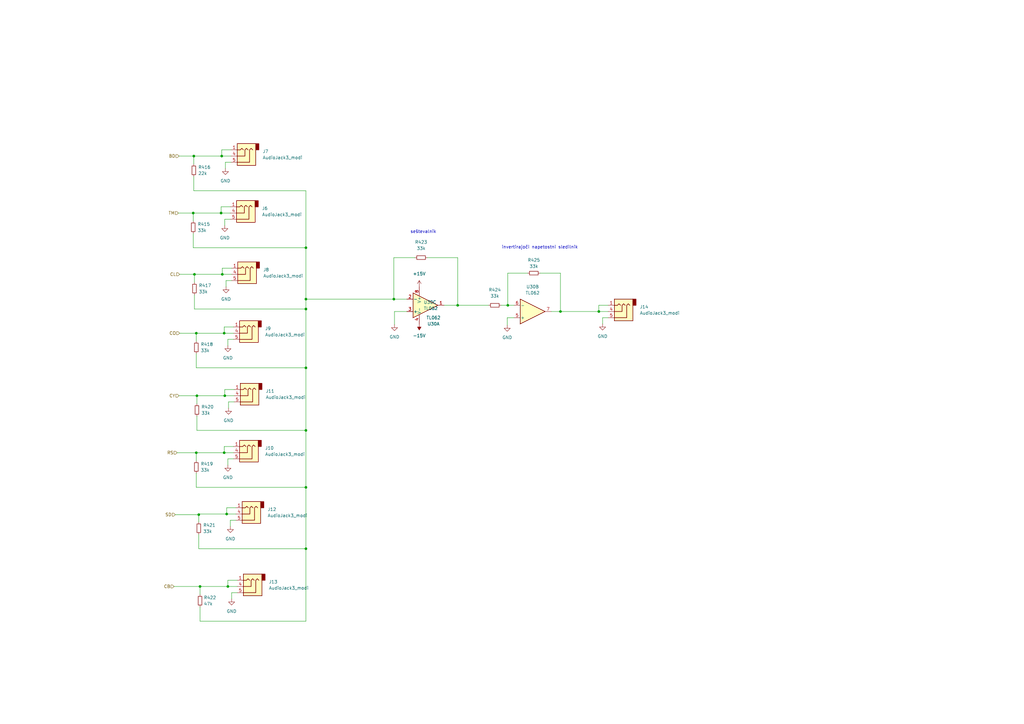
<source format=kicad_sch>
(kicad_sch (version 20211123) (generator eeschema)

  (uuid bf6570d3-921b-41ed-9a19-8954b8287576)

  (paper "A3")

  (lib_symbols
    (symbol "Amplifier_Operational:TL062" (pin_names (offset 0.127)) (in_bom yes) (on_board yes)
      (property "Reference" "U" (id 0) (at 0 5.08 0)
        (effects (font (size 1.27 1.27)) (justify left))
      )
      (property "Value" "TL062" (id 1) (at 0 -5.08 0)
        (effects (font (size 1.27 1.27)) (justify left))
      )
      (property "Footprint" "" (id 2) (at 0 0 0)
        (effects (font (size 1.27 1.27)) hide)
      )
      (property "Datasheet" "http://www.ti.com/lit/ds/symlink/tl061.pdf" (id 3) (at 0 0 0)
        (effects (font (size 1.27 1.27)) hide)
      )
      (property "ki_locked" "" (id 4) (at 0 0 0)
        (effects (font (size 1.27 1.27)))
      )
      (property "ki_keywords" "dual opamp" (id 5) (at 0 0 0)
        (effects (font (size 1.27 1.27)) hide)
      )
      (property "ki_description" "Dual Low-Power JFET-Input Operational Amplifiers, DIP-8/SOIC-8/SSOP-8" (id 6) (at 0 0 0)
        (effects (font (size 1.27 1.27)) hide)
      )
      (property "ki_fp_filters" "SOIC*3.9x4.9mm*P1.27mm* DIP*W7.62mm* TO*99* OnSemi*Micro8* TSSOP*3x3mm*P0.65mm* TSSOP*4.4x3mm*P0.65mm* MSOP*3x3mm*P0.65mm* SSOP*3.9x4.9mm*P0.635mm* LFCSP*2x2mm*P0.5mm* *SIP* SOIC*5.3x6.2mm*P1.27mm*" (id 7) (at 0 0 0)
        (effects (font (size 1.27 1.27)) hide)
      )
      (symbol "TL062_1_1"
        (polyline
          (pts
            (xy -5.08 5.08)
            (xy 5.08 0)
            (xy -5.08 -5.08)
            (xy -5.08 5.08)
          )
          (stroke (width 0.254) (type default) (color 0 0 0 0))
          (fill (type background))
        )
        (pin output line (at 7.62 0 180) (length 2.54)
          (name "~" (effects (font (size 1.27 1.27))))
          (number "1" (effects (font (size 1.27 1.27))))
        )
        (pin input line (at -7.62 -2.54 0) (length 2.54)
          (name "-" (effects (font (size 1.27 1.27))))
          (number "2" (effects (font (size 1.27 1.27))))
        )
        (pin input line (at -7.62 2.54 0) (length 2.54)
          (name "+" (effects (font (size 1.27 1.27))))
          (number "3" (effects (font (size 1.27 1.27))))
        )
      )
      (symbol "TL062_2_1"
        (polyline
          (pts
            (xy -5.08 5.08)
            (xy 5.08 0)
            (xy -5.08 -5.08)
            (xy -5.08 5.08)
          )
          (stroke (width 0.254) (type default) (color 0 0 0 0))
          (fill (type background))
        )
        (pin input line (at -7.62 2.54 0) (length 2.54)
          (name "+" (effects (font (size 1.27 1.27))))
          (number "5" (effects (font (size 1.27 1.27))))
        )
        (pin input line (at -7.62 -2.54 0) (length 2.54)
          (name "-" (effects (font (size 1.27 1.27))))
          (number "6" (effects (font (size 1.27 1.27))))
        )
        (pin output line (at 7.62 0 180) (length 2.54)
          (name "~" (effects (font (size 1.27 1.27))))
          (number "7" (effects (font (size 1.27 1.27))))
        )
      )
      (symbol "TL062_3_1"
        (pin power_in line (at -2.54 -7.62 90) (length 3.81)
          (name "V-" (effects (font (size 1.27 1.27))))
          (number "4" (effects (font (size 1.27 1.27))))
        )
        (pin power_in line (at -2.54 7.62 270) (length 3.81)
          (name "V+" (effects (font (size 1.27 1.27))))
          (number "8" (effects (font (size 1.27 1.27))))
        )
      )
    )
    (symbol "Connector:AudioJack3_modi" (in_bom yes) (on_board yes)
      (property "Reference" "J" (id 0) (at 0 8.89 0)
        (effects (font (size 1.27 1.27)))
      )
      (property "Value" "AudioJack3_modi" (id 1) (at 0 6.35 0)
        (effects (font (size 1.27 1.27)))
      )
      (property "Footprint" "" (id 2) (at 0 0 0)
        (effects (font (size 1.27 1.27)) hide)
      )
      (property "Datasheet" "~" (id 3) (at 0 0 0)
        (effects (font (size 1.27 1.27)) hide)
      )
      (property "ki_keywords" "audio jack receptacle stereo headphones phones TRS connector" (id 4) (at 0 0 0)
        (effects (font (size 1.27 1.27)) hide)
      )
      (property "ki_description" "Audio Jack, 3 Poles (Stereo / TRS)" (id 5) (at 0 0 0)
        (effects (font (size 1.27 1.27)) hide)
      )
      (property "ki_fp_filters" "Jack*" (id 6) (at 0 0 0)
        (effects (font (size 1.27 1.27)) hide)
      )
      (symbol "AudioJack3_modi_0_1"
        (rectangle (start -5.08 -5.08) (end -6.35 -2.54)
          (stroke (width 0.254) (type default) (color 0 0 0 0))
          (fill (type outline))
        )
        (polyline
          (pts
            (xy 0 -2.54)
            (xy 0.635 -3.175)
            (xy 1.27 -2.54)
            (xy 2.54 -2.54)
          )
          (stroke (width 0.254) (type default) (color 0 0 0 0))
          (fill (type none))
        )
        (polyline
          (pts
            (xy -1.905 -2.54)
            (xy -1.27 -3.175)
            (xy -0.635 -2.54)
            (xy -0.635 0)
            (xy 2.54 0)
          )
          (stroke (width 0.254) (type default) (color 0 0 0 0))
          (fill (type none))
        )
        (polyline
          (pts
            (xy 2.54 2.54)
            (xy -2.54 2.54)
            (xy -2.54 -2.54)
            (xy -3.175 -3.175)
            (xy -3.81 -2.54)
          )
          (stroke (width 0.254) (type default) (color 0 0 0 0))
          (fill (type none))
        )
        (rectangle (start 2.54 3.81) (end -5.08 -5.08)
          (stroke (width 0.254) (type default) (color 0 0 0 0))
          (fill (type background))
        )
      )
      (symbol "AudioJack3_modi_1_1"
        (pin passive line (at 5.08 -2.54 180) (length 2.54)
          (name "~" (effects (font (size 1.27 1.27))))
          (number "1" (effects (font (size 1.27 1.27))))
        )
        (pin passive line (at 5.08 0 180) (length 2.54)
          (name "~" (effects (font (size 1.27 1.27))))
          (number "4" (effects (font (size 1.27 1.27))))
        )
        (pin passive line (at 5.08 2.54 180) (length 2.54)
          (name "~" (effects (font (size 1.27 1.27))))
          (number "5" (effects (font (size 1.27 1.27))))
        )
      )
    )
    (symbol "Device:R_Small" (pin_numbers hide) (pin_names (offset 0.254) hide) (in_bom yes) (on_board yes)
      (property "Reference" "R" (id 0) (at 0.762 0.508 0)
        (effects (font (size 1.27 1.27)) (justify left))
      )
      (property "Value" "R_Small" (id 1) (at 0.762 -1.016 0)
        (effects (font (size 1.27 1.27)) (justify left))
      )
      (property "Footprint" "" (id 2) (at 0 0 0)
        (effects (font (size 1.27 1.27)) hide)
      )
      (property "Datasheet" "~" (id 3) (at 0 0 0)
        (effects (font (size 1.27 1.27)) hide)
      )
      (property "ki_keywords" "R resistor" (id 4) (at 0 0 0)
        (effects (font (size 1.27 1.27)) hide)
      )
      (property "ki_description" "Resistor, small symbol" (id 5) (at 0 0 0)
        (effects (font (size 1.27 1.27)) hide)
      )
      (property "ki_fp_filters" "R_*" (id 6) (at 0 0 0)
        (effects (font (size 1.27 1.27)) hide)
      )
      (symbol "R_Small_0_1"
        (rectangle (start -0.762 1.778) (end 0.762 -1.778)
          (stroke (width 0.2032) (type default) (color 0 0 0 0))
          (fill (type none))
        )
      )
      (symbol "R_Small_1_1"
        (pin passive line (at 0 2.54 270) (length 0.762)
          (name "~" (effects (font (size 1.27 1.27))))
          (number "1" (effects (font (size 1.27 1.27))))
        )
        (pin passive line (at 0 -2.54 90) (length 0.762)
          (name "~" (effects (font (size 1.27 1.27))))
          (number "2" (effects (font (size 1.27 1.27))))
        )
      )
    )
    (symbol "power:+15V" (power) (pin_names (offset 0)) (in_bom yes) (on_board yes)
      (property "Reference" "#PWR" (id 0) (at 0 -3.81 0)
        (effects (font (size 1.27 1.27)) hide)
      )
      (property "Value" "+15V" (id 1) (at 0 3.556 0)
        (effects (font (size 1.27 1.27)))
      )
      (property "Footprint" "" (id 2) (at 0 0 0)
        (effects (font (size 1.27 1.27)) hide)
      )
      (property "Datasheet" "" (id 3) (at 0 0 0)
        (effects (font (size 1.27 1.27)) hide)
      )
      (property "ki_keywords" "global power" (id 4) (at 0 0 0)
        (effects (font (size 1.27 1.27)) hide)
      )
      (property "ki_description" "Power symbol creates a global label with name \"+15V\"" (id 5) (at 0 0 0)
        (effects (font (size 1.27 1.27)) hide)
      )
      (symbol "+15V_0_1"
        (polyline
          (pts
            (xy -0.762 1.27)
            (xy 0 2.54)
          )
          (stroke (width 0) (type default) (color 0 0 0 0))
          (fill (type none))
        )
        (polyline
          (pts
            (xy 0 0)
            (xy 0 2.54)
          )
          (stroke (width 0) (type default) (color 0 0 0 0))
          (fill (type none))
        )
        (polyline
          (pts
            (xy 0 2.54)
            (xy 0.762 1.27)
          )
          (stroke (width 0) (type default) (color 0 0 0 0))
          (fill (type none))
        )
      )
      (symbol "+15V_1_1"
        (pin power_in line (at 0 0 90) (length 0) hide
          (name "+15V" (effects (font (size 1.27 1.27))))
          (number "1" (effects (font (size 1.27 1.27))))
        )
      )
    )
    (symbol "power:-15V" (power) (pin_names (offset 0)) (in_bom yes) (on_board yes)
      (property "Reference" "#PWR" (id 0) (at 0 2.54 0)
        (effects (font (size 1.27 1.27)) hide)
      )
      (property "Value" "-15V" (id 1) (at 0 3.81 0)
        (effects (font (size 1.27 1.27)))
      )
      (property "Footprint" "" (id 2) (at 0 0 0)
        (effects (font (size 1.27 1.27)) hide)
      )
      (property "Datasheet" "" (id 3) (at 0 0 0)
        (effects (font (size 1.27 1.27)) hide)
      )
      (property "ki_keywords" "global power" (id 4) (at 0 0 0)
        (effects (font (size 1.27 1.27)) hide)
      )
      (property "ki_description" "Power symbol creates a global label with name \"-15V\"" (id 5) (at 0 0 0)
        (effects (font (size 1.27 1.27)) hide)
      )
      (symbol "-15V_0_0"
        (pin power_in line (at 0 0 90) (length 0) hide
          (name "-15V" (effects (font (size 1.27 1.27))))
          (number "1" (effects (font (size 1.27 1.27))))
        )
      )
      (symbol "-15V_0_1"
        (polyline
          (pts
            (xy 0 0)
            (xy 0 1.27)
            (xy 0.762 1.27)
            (xy 0 2.54)
            (xy -0.762 1.27)
            (xy 0 1.27)
          )
          (stroke (width 0) (type default) (color 0 0 0 0))
          (fill (type outline))
        )
      )
    )
    (symbol "power:GND" (power) (pin_names (offset 0)) (in_bom yes) (on_board yes)
      (property "Reference" "#PWR" (id 0) (at 0 -6.35 0)
        (effects (font (size 1.27 1.27)) hide)
      )
      (property "Value" "GND" (id 1) (at 0 -3.81 0)
        (effects (font (size 1.27 1.27)))
      )
      (property "Footprint" "" (id 2) (at 0 0 0)
        (effects (font (size 1.27 1.27)) hide)
      )
      (property "Datasheet" "" (id 3) (at 0 0 0)
        (effects (font (size 1.27 1.27)) hide)
      )
      (property "ki_keywords" "global power" (id 4) (at 0 0 0)
        (effects (font (size 1.27 1.27)) hide)
      )
      (property "ki_description" "Power symbol creates a global label with name \"GND\" , ground" (id 5) (at 0 0 0)
        (effects (font (size 1.27 1.27)) hide)
      )
      (symbol "GND_0_1"
        (polyline
          (pts
            (xy 0 0)
            (xy 0 -1.27)
            (xy 1.27 -1.27)
            (xy 0 -2.54)
            (xy -1.27 -1.27)
            (xy 0 -1.27)
          )
          (stroke (width 0) (type default) (color 0 0 0 0))
          (fill (type none))
        )
      )
      (symbol "GND_1_1"
        (pin power_in line (at 0 0 270) (length 0) hide
          (name "GND" (effects (font (size 1.27 1.27))))
          (number "1" (effects (font (size 1.27 1.27))))
        )
      )
    )
  )

  (junction (at 125.476 126.746) (diameter 0) (color 0 0 0 0)
    (uuid 0d544e81-e3b0-4f49-9914-277e391a2f98)
  )
  (junction (at 125.476 199.898) (diameter 0) (color 0 0 0 0)
    (uuid 1c272737-a6fb-4d24-ba74-cc387b671a5a)
  )
  (junction (at 82.042 240.538) (diameter 0) (color 0 0 0 0)
    (uuid 26cec252-edd8-400b-b691-154b59516c0f)
  )
  (junction (at 80.772 162.306) (diameter 0) (color 0 0 0 0)
    (uuid 2b7d0b2e-3567-4fc2-8c63-dba1bcf5a82b)
  )
  (junction (at 79.502 64.008) (diameter 0) (color 0 0 0 0)
    (uuid 2f93d071-68f5-40f6-8aee-014be2784e65)
  )
  (junction (at 208.28 125.222) (diameter 0) (color 0 0 0 0)
    (uuid 48c96049-3d42-4728-a22d-927a6b2c24f8)
  )
  (junction (at 80.518 185.674) (diameter 0) (color 0 0 0 0)
    (uuid 4c6b5c9b-6e94-43ff-8df6-6fd5793fd423)
  )
  (junction (at 125.476 150.876) (diameter 0) (color 0 0 0 0)
    (uuid 534a968c-2748-4402-94c5-be3c25ae34ca)
  )
  (junction (at 91.186 112.522) (diameter 0) (color 0 0 0 0)
    (uuid 56efa12b-b0ce-4b51-86d2-70e9377ccb53)
  )
  (junction (at 79.756 112.522) (diameter 0) (color 0 0 0 0)
    (uuid 5df77272-e6f9-4013-a2b7-49faaf0d0504)
  )
  (junction (at 92.202 162.306) (diameter 0) (color 0 0 0 0)
    (uuid 66f3cb9f-c443-4724-82b7-697d9d570277)
  )
  (junction (at 93.472 240.538) (diameter 0) (color 0 0 0 0)
    (uuid 6817bd78-9978-4f88-b9b8-cffe736a4a86)
  )
  (junction (at 79.248 87.376) (diameter 0) (color 0 0 0 0)
    (uuid 6adf9b73-5f30-4fc7-b4e6-916d9e6dcf1b)
  )
  (junction (at 92.964 210.82) (diameter 0) (color 0 0 0 0)
    (uuid 730dd1e1-baa8-4d7e-b3a3-a90da38b16af)
  )
  (junction (at 125.476 101.6) (diameter 0) (color 0 0 0 0)
    (uuid 7d6cc9ed-af93-4d37-9484-9e9c9466c407)
  )
  (junction (at 125.476 225.044) (diameter 0) (color 0 0 0 0)
    (uuid 867ad58b-5bd2-4cdb-81e3-b4b7ad2ef8a9)
  )
  (junction (at 187.706 125.222) (diameter 0) (color 0 0 0 0)
    (uuid 8e632c23-e690-40d8-94fe-ec66cf770d0f)
  )
  (junction (at 229.87 127.762) (diameter 0) (color 0 0 0 0)
    (uuid 9daaed39-16b0-4552-a988-58900332bcc3)
  )
  (junction (at 125.476 122.682) (diameter 0) (color 0 0 0 0)
    (uuid a643169d-3307-4188-8d9e-316d2e804d04)
  )
  (junction (at 245.618 127.762) (diameter 0) (color 0 0 0 0)
    (uuid a6c3f3a1-fc71-4c1c-ba43-a415a75c50cb)
  )
  (junction (at 90.932 64.008) (diameter 0) (color 0 0 0 0)
    (uuid a83abbc6-f6a3-41e4-b404-d0ed429286c5)
  )
  (junction (at 80.518 136.652) (diameter 0) (color 0 0 0 0)
    (uuid bcb57a85-92e4-4648-ba05-3210cfcfe445)
  )
  (junction (at 91.948 185.674) (diameter 0) (color 0 0 0 0)
    (uuid bd841ad5-4167-4bf0-bb15-2ff0504aecba)
  )
  (junction (at 90.678 87.376) (diameter 0) (color 0 0 0 0)
    (uuid c34aa003-a858-4782-8c28-c2f9d08c6d40)
  )
  (junction (at 91.948 136.652) (diameter 0) (color 0 0 0 0)
    (uuid c5009bf1-f148-46c0-b61a-d88d241f416f)
  )
  (junction (at 161.544 122.682) (diameter 0) (color 0 0 0 0)
    (uuid cbd5c47a-0336-4c77-bddc-be841b62fcf0)
  )
  (junction (at 81.534 211.074) (diameter 0) (color 0 0 0 0)
    (uuid dd1d1f44-86f0-40f8-8e8c-1ca64e6d9374)
  )
  (junction (at 125.476 176.53) (diameter 0) (color 0 0 0 0)
    (uuid e471c17b-2a64-49ef-aafe-a9aac7b9fbb0)
  )

  (wire (pts (xy 187.706 125.222) (xy 200.406 125.222))
    (stroke (width 0) (type default) (color 0 0 0 0))
    (uuid 00bf1441-53ff-4610-b5fb-3623f5cdaa7f)
  )
  (wire (pts (xy 245.618 125.222) (xy 245.618 127.762))
    (stroke (width 0) (type default) (color 0 0 0 0))
    (uuid 01a3834b-fc04-40e5-911f-1789461ddb7b)
  )
  (wire (pts (xy 92.964 210.82) (xy 96.774 210.82))
    (stroke (width 0) (type default) (color 0 0 0 0))
    (uuid 0537ddb9-b22f-4f62-afa4-907e1618c9ca)
  )
  (wire (pts (xy 94.996 109.982) (xy 91.186 109.982))
    (stroke (width 0) (type default) (color 0 0 0 0))
    (uuid 079e64a7-1024-482f-b49b-97f3591243a8)
  )
  (wire (pts (xy 221.488 112.014) (xy 229.87 112.014))
    (stroke (width 0) (type default) (color 0 0 0 0))
    (uuid 083411f9-7ea9-4d58-ac0b-e8e16194c194)
  )
  (wire (pts (xy 79.248 95.758) (xy 79.248 101.6))
    (stroke (width 0) (type default) (color 0 0 0 0))
    (uuid 08ccb4f3-22be-4f91-8122-50769928f49f)
  )
  (wire (pts (xy 94.488 213.36) (xy 94.488 215.9))
    (stroke (width 0) (type default) (color 0 0 0 0))
    (uuid 08ea7f09-4b43-4dd2-83f7-43bcd94e4670)
  )
  (wire (pts (xy 96.012 159.766) (xy 92.202 159.766))
    (stroke (width 0) (type default) (color 0 0 0 0))
    (uuid 0c3972de-e468-4a2e-8a9e-6d3ea1ff3cc0)
  )
  (wire (pts (xy 208.28 112.014) (xy 216.408 112.014))
    (stroke (width 0) (type default) (color 0 0 0 0))
    (uuid 0f9e27d6-f41f-4c97-af6f-ec2a56cf795d)
  )
  (wire (pts (xy 208.28 125.222) (xy 210.82 125.222))
    (stroke (width 0) (type default) (color 0 0 0 0))
    (uuid 0fa556a1-91fc-4ab6-a46e-ec1841b5a4ad)
  )
  (wire (pts (xy 79.756 120.904) (xy 79.756 126.746))
    (stroke (width 0) (type default) (color 0 0 0 0))
    (uuid 100ed477-1247-4458-a3a6-90f7a115512a)
  )
  (wire (pts (xy 92.456 66.548) (xy 92.456 69.088))
    (stroke (width 0) (type default) (color 0 0 0 0))
    (uuid 103bee0d-fb9d-4472-b342-ba1af886fbe6)
  )
  (wire (pts (xy 73.152 87.376) (xy 79.248 87.376))
    (stroke (width 0) (type default) (color 0 0 0 0))
    (uuid 1371deae-d8e8-40b7-9b1e-3e15168d32be)
  )
  (wire (pts (xy 80.772 170.688) (xy 80.772 176.53))
    (stroke (width 0) (type default) (color 0 0 0 0))
    (uuid 15045b4f-8da4-4269-b756-a80f6a4259ca)
  )
  (wire (pts (xy 79.502 64.008) (xy 90.932 64.008))
    (stroke (width 0) (type default) (color 0 0 0 0))
    (uuid 17840a93-7017-4bff-abd2-24611be2f6de)
  )
  (wire (pts (xy 71.374 240.538) (xy 82.042 240.538))
    (stroke (width 0) (type default) (color 0 0 0 0))
    (uuid 17e03cfe-f60a-4e4d-8615-818dbd8a512b)
  )
  (wire (pts (xy 79.502 78.232) (xy 125.476 78.232))
    (stroke (width 0) (type default) (color 0 0 0 0))
    (uuid 17faef6a-b5a1-47a4-88ef-2e2a1d09bdf1)
  )
  (wire (pts (xy 94.996 243.078) (xy 94.996 245.618))
    (stroke (width 0) (type default) (color 0 0 0 0))
    (uuid 1f89d2d5-9ceb-4cb8-a527-ab0f7e5880e8)
  )
  (wire (pts (xy 80.772 162.306) (xy 80.772 165.608))
    (stroke (width 0) (type default) (color 0 0 0 0))
    (uuid 23510289-e807-4445-ae20-3a35fb2c3ba2)
  )
  (wire (pts (xy 245.618 127.762) (xy 249.428 127.762))
    (stroke (width 0) (type default) (color 0 0 0 0))
    (uuid 27553891-b9b2-427c-a0b5-206484fe72bf)
  )
  (wire (pts (xy 187.706 125.222) (xy 187.706 105.664))
    (stroke (width 0) (type default) (color 0 0 0 0))
    (uuid 27574b5b-9e92-462e-8ea6-70ec643b7b1a)
  )
  (wire (pts (xy 82.042 240.538) (xy 82.042 243.84))
    (stroke (width 0) (type default) (color 0 0 0 0))
    (uuid 28196b9f-572e-4845-b063-30cfe266bf87)
  )
  (wire (pts (xy 161.798 127.762) (xy 166.878 127.762))
    (stroke (width 0) (type default) (color 0 0 0 0))
    (uuid 284c3831-2da3-4708-bee0-a77d936a4202)
  )
  (wire (pts (xy 94.742 66.548) (xy 92.456 66.548))
    (stroke (width 0) (type default) (color 0 0 0 0))
    (uuid 2c1c5224-bfc2-4424-862d-35e4e601a8aa)
  )
  (wire (pts (xy 94.488 84.836) (xy 90.678 84.836))
    (stroke (width 0) (type default) (color 0 0 0 0))
    (uuid 2f9a24cd-663c-42d3-a082-4d8c3d115f04)
  )
  (wire (pts (xy 96.774 213.36) (xy 94.488 213.36))
    (stroke (width 0) (type default) (color 0 0 0 0))
    (uuid 3119aeef-dd14-40a6-9c0e-7c09ff987ca9)
  )
  (wire (pts (xy 95.758 183.134) (xy 91.948 183.134))
    (stroke (width 0) (type default) (color 0 0 0 0))
    (uuid 326453f4-9aa2-4666-bfc1-8c6d025fc77f)
  )
  (wire (pts (xy 91.948 134.112) (xy 91.948 136.652))
    (stroke (width 0) (type default) (color 0 0 0 0))
    (uuid 353fc804-c68e-4469-a939-25590c6fdb0f)
  )
  (wire (pts (xy 79.756 112.522) (xy 79.756 115.824))
    (stroke (width 0) (type default) (color 0 0 0 0))
    (uuid 3548d8c5-1cfd-4b35-a827-8ab931e5ce6c)
  )
  (wire (pts (xy 81.534 225.044) (xy 125.476 225.044))
    (stroke (width 0) (type default) (color 0 0 0 0))
    (uuid 356839c4-f23d-4299-b552-cda86c6fd4cc)
  )
  (wire (pts (xy 80.772 176.53) (xy 125.476 176.53))
    (stroke (width 0) (type default) (color 0 0 0 0))
    (uuid 37adc270-50d0-40a3-b5fa-a3b5e950214a)
  )
  (wire (pts (xy 96.774 208.28) (xy 92.964 208.28))
    (stroke (width 0) (type default) (color 0 0 0 0))
    (uuid 38fc7a57-9765-4b77-be7a-7e96ecdcb5e7)
  )
  (wire (pts (xy 79.756 126.746) (xy 125.476 126.746))
    (stroke (width 0) (type default) (color 0 0 0 0))
    (uuid 3e66cc51-8738-4976-815b-b4044bea2d0e)
  )
  (wire (pts (xy 205.486 125.222) (xy 208.28 125.222))
    (stroke (width 0) (type default) (color 0 0 0 0))
    (uuid 3f2b986e-4ef7-4dd6-9866-7623e16cf8c7)
  )
  (wire (pts (xy 93.472 139.192) (xy 93.472 141.732))
    (stroke (width 0) (type default) (color 0 0 0 0))
    (uuid 41e77e42-ff83-4ad4-a3c2-6d9136863168)
  )
  (wire (pts (xy 79.248 87.376) (xy 79.248 90.678))
    (stroke (width 0) (type default) (color 0 0 0 0))
    (uuid 427e7974-ca62-4ebe-b602-d5e40b964921)
  )
  (wire (pts (xy 73.406 162.306) (xy 80.772 162.306))
    (stroke (width 0) (type default) (color 0 0 0 0))
    (uuid 43f2b7ab-253a-41ac-8eac-d9675d9e56a0)
  )
  (wire (pts (xy 80.518 194.056) (xy 80.518 199.898))
    (stroke (width 0) (type default) (color 0 0 0 0))
    (uuid 44ee4962-4c64-4584-b99e-239001909918)
  )
  (wire (pts (xy 90.932 61.468) (xy 90.932 64.008))
    (stroke (width 0) (type default) (color 0 0 0 0))
    (uuid 476c6931-be8d-4f97-8596-955c5bd79f3b)
  )
  (wire (pts (xy 125.476 101.6) (xy 125.476 122.682))
    (stroke (width 0) (type default) (color 0 0 0 0))
    (uuid 49675cd9-31ac-47e8-956e-ba10805f9ebf)
  )
  (wire (pts (xy 73.406 64.008) (xy 79.502 64.008))
    (stroke (width 0) (type default) (color 0 0 0 0))
    (uuid 4d5ee030-237d-4bc4-96da-b66d8bf57dde)
  )
  (wire (pts (xy 93.726 164.846) (xy 93.726 167.386))
    (stroke (width 0) (type default) (color 0 0 0 0))
    (uuid 5021f0d6-c7e5-4de7-a024-4c97bf74537d)
  )
  (wire (pts (xy 79.248 101.6) (xy 125.476 101.6))
    (stroke (width 0) (type default) (color 0 0 0 0))
    (uuid 58d96cd6-32b4-46b9-ac40-d3aa21d148b0)
  )
  (wire (pts (xy 92.964 208.28) (xy 92.964 210.82))
    (stroke (width 0) (type default) (color 0 0 0 0))
    (uuid 5976203a-7593-41eb-9d17-8ef5263d55d7)
  )
  (wire (pts (xy 79.502 64.008) (xy 79.502 67.31))
    (stroke (width 0) (type default) (color 0 0 0 0))
    (uuid 5b6a6774-d309-4dd3-a8ea-d1138e742984)
  )
  (wire (pts (xy 125.476 122.682) (xy 125.476 126.746))
    (stroke (width 0) (type default) (color 0 0 0 0))
    (uuid 5d11e454-9ad1-4b56-aa75-75c2e4b25f34)
  )
  (wire (pts (xy 81.534 210.82) (xy 81.534 211.074))
    (stroke (width 0) (type default) (color 0 0 0 0))
    (uuid 5d31e617-dd16-4080-b7c3-27dc97f9e9a5)
  )
  (wire (pts (xy 91.186 109.982) (xy 91.186 112.522))
    (stroke (width 0) (type default) (color 0 0 0 0))
    (uuid 60fc561b-f4d6-4e40-bf80-745ccdd572ad)
  )
  (wire (pts (xy 73.66 112.522) (xy 79.756 112.522))
    (stroke (width 0) (type default) (color 0 0 0 0))
    (uuid 61c67cc8-1ad3-4c90-884f-d7887bd21173)
  )
  (wire (pts (xy 208.026 133.35) (xy 208.026 130.302))
    (stroke (width 0) (type default) (color 0 0 0 0))
    (uuid 622c2aa6-7252-4088-beb7-916d64c82de1)
  )
  (wire (pts (xy 80.772 162.306) (xy 92.202 162.306))
    (stroke (width 0) (type default) (color 0 0 0 0))
    (uuid 678398d4-eb26-4ac0-a8f0-607625d70636)
  )
  (wire (pts (xy 80.518 136.652) (xy 91.948 136.652))
    (stroke (width 0) (type default) (color 0 0 0 0))
    (uuid 67ebdda5-5295-4323-abc3-6fdfd88119f1)
  )
  (wire (pts (xy 92.202 159.766) (xy 92.202 162.306))
    (stroke (width 0) (type default) (color 0 0 0 0))
    (uuid 6d128019-1204-4a0a-9a59-b5883dd2f95b)
  )
  (wire (pts (xy 82.042 254.762) (xy 125.476 254.762))
    (stroke (width 0) (type default) (color 0 0 0 0))
    (uuid 76069415-e3d9-45f2-adc0-c578f7c9c07f)
  )
  (wire (pts (xy 71.882 211.074) (xy 81.534 211.074))
    (stroke (width 0) (type default) (color 0 0 0 0))
    (uuid 768cddb4-d5dc-493e-81a1-e4fafd70d81c)
  )
  (wire (pts (xy 97.282 237.998) (xy 93.472 237.998))
    (stroke (width 0) (type default) (color 0 0 0 0))
    (uuid 7a429dde-cce6-4616-a765-e5311295a259)
  )
  (wire (pts (xy 182.118 125.222) (xy 187.706 125.222))
    (stroke (width 0) (type default) (color 0 0 0 0))
    (uuid 7b384dda-cf81-4a00-826f-322f7cc7c1ac)
  )
  (wire (pts (xy 80.518 185.674) (xy 80.518 188.976))
    (stroke (width 0) (type default) (color 0 0 0 0))
    (uuid 8183875c-553a-41ad-a921-42437751fa0a)
  )
  (wire (pts (xy 90.932 64.008) (xy 94.742 64.008))
    (stroke (width 0) (type default) (color 0 0 0 0))
    (uuid 832d288f-7fd9-40f0-91f4-8b6eadb51d83)
  )
  (wire (pts (xy 79.248 87.376) (xy 90.678 87.376))
    (stroke (width 0) (type default) (color 0 0 0 0))
    (uuid 85ce7ed6-815c-4479-a2df-bc0d97df2c83)
  )
  (wire (pts (xy 161.544 105.664) (xy 161.544 122.682))
    (stroke (width 0) (type default) (color 0 0 0 0))
    (uuid 877c743f-4496-4bcc-a885-e1e2b80e7705)
  )
  (wire (pts (xy 92.202 162.306) (xy 96.012 162.306))
    (stroke (width 0) (type default) (color 0 0 0 0))
    (uuid 8956fc76-1a5e-49e6-837d-2550478ab359)
  )
  (wire (pts (xy 72.644 185.674) (xy 80.518 185.674))
    (stroke (width 0) (type default) (color 0 0 0 0))
    (uuid 89824709-7a4b-49d1-bb4c-9d9f839a8b72)
  )
  (wire (pts (xy 80.518 136.652) (xy 80.518 139.954))
    (stroke (width 0) (type default) (color 0 0 0 0))
    (uuid 8995b05e-2989-41e6-a5aa-cfc407dfb7a6)
  )
  (wire (pts (xy 95.758 188.214) (xy 93.472 188.214))
    (stroke (width 0) (type default) (color 0 0 0 0))
    (uuid 89fbd0a5-5d3c-427b-91cc-e1fc238887fc)
  )
  (wire (pts (xy 80.518 145.034) (xy 80.518 150.876))
    (stroke (width 0) (type default) (color 0 0 0 0))
    (uuid 8a01fa7c-68ce-4ebb-914d-ba193dbf78b2)
  )
  (wire (pts (xy 91.948 185.674) (xy 95.758 185.674))
    (stroke (width 0) (type default) (color 0 0 0 0))
    (uuid 8afa7718-7790-462c-9f5b-c7d737ccbda4)
  )
  (wire (pts (xy 226.06 127.762) (xy 229.87 127.762))
    (stroke (width 0) (type default) (color 0 0 0 0))
    (uuid 8bb61b27-780d-46fc-abc6-c16ab570be07)
  )
  (wire (pts (xy 91.948 136.652) (xy 95.758 136.652))
    (stroke (width 0) (type default) (color 0 0 0 0))
    (uuid 8e6ad540-8358-4709-a2d1-075b7ada6762)
  )
  (wire (pts (xy 125.476 225.044) (xy 125.476 254.762))
    (stroke (width 0) (type default) (color 0 0 0 0))
    (uuid 8f1a9be0-f6ce-44b5-9d70-22dc68dacd10)
  )
  (wire (pts (xy 97.282 243.078) (xy 94.996 243.078))
    (stroke (width 0) (type default) (color 0 0 0 0))
    (uuid 9395ad09-f534-427d-8b78-61d02692d1f0)
  )
  (wire (pts (xy 96.012 164.846) (xy 93.726 164.846))
    (stroke (width 0) (type default) (color 0 0 0 0))
    (uuid 95b0c4dd-2168-407e-a74a-5e05abac18c9)
  )
  (wire (pts (xy 91.186 112.522) (xy 94.996 112.522))
    (stroke (width 0) (type default) (color 0 0 0 0))
    (uuid 9898e3ee-8a64-4c17-9f25-bfda0571a3ef)
  )
  (wire (pts (xy 79.502 72.39) (xy 79.502 78.232))
    (stroke (width 0) (type default) (color 0 0 0 0))
    (uuid 9b307b12-76ba-4156-a542-8782dd3b29ec)
  )
  (wire (pts (xy 125.476 122.682) (xy 161.544 122.682))
    (stroke (width 0) (type default) (color 0 0 0 0))
    (uuid 9c9edfa2-ba4a-44e1-90e7-60daf481e563)
  )
  (wire (pts (xy 125.476 101.6) (xy 125.476 78.232))
    (stroke (width 0) (type default) (color 0 0 0 0))
    (uuid 9edc158d-7408-47ef-b29b-aeb7c36322a4)
  )
  (wire (pts (xy 73.66 136.652) (xy 80.518 136.652))
    (stroke (width 0) (type default) (color 0 0 0 0))
    (uuid 9ef605d6-b623-40c4-9e46-7a2108a2f6ed)
  )
  (wire (pts (xy 91.948 183.134) (xy 91.948 185.674))
    (stroke (width 0) (type default) (color 0 0 0 0))
    (uuid a0c887f0-77c9-40b7-8a2d-538848697e6e)
  )
  (wire (pts (xy 187.706 105.664) (xy 175.26 105.664))
    (stroke (width 0) (type default) (color 0 0 0 0))
    (uuid a31dfd60-83bb-418d-bb00-ca8ca98b46ac)
  )
  (wire (pts (xy 95.758 134.112) (xy 91.948 134.112))
    (stroke (width 0) (type default) (color 0 0 0 0))
    (uuid a55e2ffe-a713-4bcd-8ddc-73745c3ce32d)
  )
  (wire (pts (xy 90.678 87.376) (xy 94.488 87.376))
    (stroke (width 0) (type default) (color 0 0 0 0))
    (uuid a755a0a8-5d81-4366-bc09-9d5ff82445a8)
  )
  (wire (pts (xy 94.996 115.062) (xy 92.71 115.062))
    (stroke (width 0) (type default) (color 0 0 0 0))
    (uuid a7dd0f36-07ff-42cf-82e5-83df21787585)
  )
  (wire (pts (xy 229.87 127.762) (xy 229.87 112.014))
    (stroke (width 0) (type default) (color 0 0 0 0))
    (uuid accff30b-8670-436c-b075-e995443dc606)
  )
  (wire (pts (xy 81.534 210.82) (xy 92.964 210.82))
    (stroke (width 0) (type default) (color 0 0 0 0))
    (uuid af9b58e7-2ad5-42ab-b8cf-4258e7d4d46a)
  )
  (wire (pts (xy 161.798 133.096) (xy 161.798 127.762))
    (stroke (width 0) (type default) (color 0 0 0 0))
    (uuid b30cfd9f-28b3-4f1b-ab97-6ebcd0d5f0d5)
  )
  (wire (pts (xy 249.428 125.222) (xy 245.618 125.222))
    (stroke (width 0) (type default) (color 0 0 0 0))
    (uuid b531e3ef-be33-4b4d-b7ce-19efbce61e76)
  )
  (wire (pts (xy 95.758 139.192) (xy 93.472 139.192))
    (stroke (width 0) (type default) (color 0 0 0 0))
    (uuid b6afe92f-015f-43e7-bc43-d3112b5d7278)
  )
  (wire (pts (xy 82.042 248.92) (xy 82.042 254.762))
    (stroke (width 0) (type default) (color 0 0 0 0))
    (uuid bb5161c5-6826-458a-a233-238c85641783)
  )
  (wire (pts (xy 247.142 130.302) (xy 247.142 132.842))
    (stroke (width 0) (type default) (color 0 0 0 0))
    (uuid bbe1f843-8003-4791-91f7-c6b474ed8ac1)
  )
  (wire (pts (xy 93.472 237.998) (xy 93.472 240.538))
    (stroke (width 0) (type default) (color 0 0 0 0))
    (uuid bcfd4256-5898-4480-bdaf-1e96ee0365b7)
  )
  (wire (pts (xy 93.472 240.538) (xy 97.282 240.538))
    (stroke (width 0) (type default) (color 0 0 0 0))
    (uuid bdd79918-1a34-425e-b0c7-2ae714029c9e)
  )
  (wire (pts (xy 125.476 150.876) (xy 125.476 176.53))
    (stroke (width 0) (type default) (color 0 0 0 0))
    (uuid c0355e7b-7f25-4c39-90dd-916856139a41)
  )
  (wire (pts (xy 170.18 105.664) (xy 161.544 105.664))
    (stroke (width 0) (type default) (color 0 0 0 0))
    (uuid c096fc07-dbfe-45b6-ae42-1979d7d2464d)
  )
  (wire (pts (xy 80.518 199.898) (xy 125.476 199.898))
    (stroke (width 0) (type default) (color 0 0 0 0))
    (uuid c15cae14-788b-4901-9c74-d952ec79001d)
  )
  (wire (pts (xy 90.678 84.836) (xy 90.678 87.376))
    (stroke (width 0) (type default) (color 0 0 0 0))
    (uuid c53dde11-b961-44f6-84f0-b058cb3ac283)
  )
  (wire (pts (xy 249.428 130.302) (xy 247.142 130.302))
    (stroke (width 0) (type default) (color 0 0 0 0))
    (uuid c657369d-9875-4c17-80d9-68475f9f717c)
  )
  (wire (pts (xy 82.042 240.538) (xy 93.472 240.538))
    (stroke (width 0) (type default) (color 0 0 0 0))
    (uuid cce3dea2-8458-46d2-8bd2-c68217ed0b40)
  )
  (wire (pts (xy 92.71 115.062) (xy 92.71 117.602))
    (stroke (width 0) (type default) (color 0 0 0 0))
    (uuid cfac2aa1-64c4-4256-bdf7-eb1bb125aeeb)
  )
  (wire (pts (xy 229.87 127.762) (xy 245.618 127.762))
    (stroke (width 0) (type default) (color 0 0 0 0))
    (uuid d1b42f9e-d926-448f-a1f8-880e73d00ffb)
  )
  (wire (pts (xy 79.756 112.522) (xy 91.186 112.522))
    (stroke (width 0) (type default) (color 0 0 0 0))
    (uuid d28612a0-6058-4cb3-8465-b6c9730a37f8)
  )
  (wire (pts (xy 94.742 61.468) (xy 90.932 61.468))
    (stroke (width 0) (type default) (color 0 0 0 0))
    (uuid d356b417-fc86-4af2-91c0-e90f48b53d07)
  )
  (wire (pts (xy 208.026 130.302) (xy 210.82 130.302))
    (stroke (width 0) (type default) (color 0 0 0 0))
    (uuid d6b8a1d0-2372-47b3-8a0c-41c27ccbac7d)
  )
  (wire (pts (xy 81.534 219.202) (xy 81.534 225.044))
    (stroke (width 0) (type default) (color 0 0 0 0))
    (uuid d8380963-a523-4034-868a-f0a199714aca)
  )
  (wire (pts (xy 80.518 185.674) (xy 91.948 185.674))
    (stroke (width 0) (type default) (color 0 0 0 0))
    (uuid dee952a3-a09b-492c-a5c9-a0f4f836bcd1)
  )
  (wire (pts (xy 161.544 122.682) (xy 166.878 122.682))
    (stroke (width 0) (type default) (color 0 0 0 0))
    (uuid dfc18027-628c-4624-b24c-b5445e64736f)
  )
  (wire (pts (xy 125.476 150.876) (xy 125.476 126.746))
    (stroke (width 0) (type default) (color 0 0 0 0))
    (uuid e231a9fb-6de4-4881-8fe9-0feed65cb575)
  )
  (wire (pts (xy 80.518 150.876) (xy 125.476 150.876))
    (stroke (width 0) (type default) (color 0 0 0 0))
    (uuid e6635a01-76c3-40c9-8cb9-fb5b08baa1a2)
  )
  (wire (pts (xy 81.534 211.074) (xy 81.534 214.122))
    (stroke (width 0) (type default) (color 0 0 0 0))
    (uuid f535bf09-7882-459f-9eb6-6e724722b1d2)
  )
  (wire (pts (xy 92.202 89.916) (xy 92.202 92.456))
    (stroke (width 0) (type default) (color 0 0 0 0))
    (uuid f59a7ede-ce0c-499a-9a2a-0975b4acf28c)
  )
  (wire (pts (xy 208.28 112.014) (xy 208.28 125.222))
    (stroke (width 0) (type default) (color 0 0 0 0))
    (uuid fa2e36c6-bfe8-42f4-863b-c8d74f5eb80a)
  )
  (wire (pts (xy 125.476 176.53) (xy 125.476 199.898))
    (stroke (width 0) (type default) (color 0 0 0 0))
    (uuid fc63473d-3bfe-4f3f-a202-ae0df7162dd9)
  )
  (wire (pts (xy 93.472 188.214) (xy 93.472 190.754))
    (stroke (width 0) (type default) (color 0 0 0 0))
    (uuid fc733079-c54b-40da-bc48-7d4fa14f505b)
  )
  (wire (pts (xy 94.488 89.916) (xy 92.202 89.916))
    (stroke (width 0) (type default) (color 0 0 0 0))
    (uuid fc99c5f9-5ae9-477f-af0e-a532d9597fd7)
  )
  (wire (pts (xy 125.476 199.898) (xy 125.476 225.044))
    (stroke (width 0) (type default) (color 0 0 0 0))
    (uuid fca2bd35-1d04-4609-a0e8-9813d8ee0e05)
  )

  (text "seštevalnik\n" (at 168.275 95.885 0)
    (effects (font (size 1.27 1.27)) (justify left bottom))
    (uuid 574a478e-2887-4fd4-920f-9a236563314a)
  )
  (text "invertirajoči napetostni sledilnik" (at 205.74 102.235 0)
    (effects (font (size 1.27 1.27)) (justify left bottom))
    (uuid dc2afafe-498f-4e1f-9b46-9ecc85e6dd6e)
  )

  (hierarchical_label "CO" (shape input) (at 73.66 136.652 180)
    (effects (font (size 1.27 1.27)) (justify right))
    (uuid 03b2d273-6a09-4383-bf6f-cf8b841e0472)
  )
  (hierarchical_label "CL" (shape input) (at 73.66 112.522 180)
    (effects (font (size 1.27 1.27)) (justify right))
    (uuid 0f83a710-2dea-479d-8d82-216caf5ded70)
  )
  (hierarchical_label "SD" (shape input) (at 71.882 211.074 180)
    (effects (font (size 1.27 1.27)) (justify right))
    (uuid 13ad34d9-fa62-465b-a7b2-d040c9bcbe9f)
  )
  (hierarchical_label "CY" (shape input) (at 73.406 162.306 180)
    (effects (font (size 1.27 1.27)) (justify right))
    (uuid 42f94e7a-758a-4060-bf99-478b994c83e8)
  )
  (hierarchical_label "RS" (shape input) (at 72.644 185.674 180)
    (effects (font (size 1.27 1.27)) (justify right))
    (uuid a5693a13-d11e-4fb6-ac9f-b9a1d319a514)
  )
  (hierarchical_label "BD" (shape input) (at 73.406 64.008 180)
    (effects (font (size 1.27 1.27)) (justify right))
    (uuid bcac38fd-5faf-43a5-adaf-9410ce5231f1)
  )
  (hierarchical_label "TM" (shape input) (at 73.152 87.376 180)
    (effects (font (size 1.27 1.27)) (justify right))
    (uuid db6cc54d-a145-406d-8c15-facf8144a459)
  )
  (hierarchical_label "CB" (shape input) (at 71.374 240.538 180)
    (effects (font (size 1.27 1.27)) (justify right))
    (uuid f3026567-7916-4e60-8a00-3d4e157d0e8c)
  )

  (symbol (lib_id "power:GND") (at 208.026 133.35 0) (unit 1)
    (in_bom yes) (on_board yes) (fields_autoplaced)
    (uuid 10e287ce-763f-4482-82aa-0a5f3a9a52b2)
    (property "Reference" "#PWR0342" (id 0) (at 208.026 139.7 0)
      (effects (font (size 1.27 1.27)) hide)
    )
    (property "Value" "GND" (id 1) (at 208.026 138.43 0))
    (property "Footprint" "" (id 2) (at 208.026 133.35 0)
      (effects (font (size 1.27 1.27)) hide)
    )
    (property "Datasheet" "" (id 3) (at 208.026 133.35 0)
      (effects (font (size 1.27 1.27)) hide)
    )
    (pin "1" (uuid c6f50424-265b-4e32-8b24-b8d97971ad39))
  )

  (symbol (lib_id "Device:R_Small") (at 79.502 69.85 0) (mirror y) (unit 1)
    (in_bom yes) (on_board yes) (fields_autoplaced)
    (uuid 133c40c4-a833-472a-ae49-816e9b208b72)
    (property "Reference" "R416" (id 0) (at 81.28 68.5799 0)
      (effects (font (size 1.27 1.27)) (justify right))
    )
    (property "Value" "22k" (id 1) (at 81.28 71.1199 0)
      (effects (font (size 1.27 1.27)) (justify right))
    )
    (property "Footprint" "Resistor_SMD:R_0603_1608Metric" (id 2) (at 79.502 69.85 0)
      (effects (font (size 1.27 1.27)) hide)
    )
    (property "Datasheet" "~" (id 3) (at 79.502 69.85 0)
      (effects (font (size 1.27 1.27)) hide)
    )
    (pin "1" (uuid 78a3f83c-11d0-4064-8640-79ee0feebe97))
    (pin "2" (uuid e9586b9b-7988-44c2-a2de-f20fbb2a3261))
  )

  (symbol (lib_id "Amplifier_Operational:TL062") (at 218.44 127.762 0) (mirror x) (unit 2)
    (in_bom yes) (on_board yes) (fields_autoplaced)
    (uuid 135a5e43-395f-407b-8e22-1c578e2f1044)
    (property "Reference" "U30" (id 0) (at 218.44 117.602 0))
    (property "Value" "TL062" (id 1) (at 218.44 120.142 0))
    (property "Footprint" "Package_SO:TSSOP-8_3x3mm_P0.65mm" (id 2) (at 218.44 127.762 0)
      (effects (font (size 1.27 1.27)) hide)
    )
    (property "Datasheet" "http://www.ti.com/lit/ds/symlink/tl061.pdf" (id 3) (at 218.44 127.762 0)
      (effects (font (size 1.27 1.27)) hide)
    )
    (pin "1" (uuid 61b0cdcf-966b-45b4-aba4-4ca1094eaf82))
    (pin "2" (uuid 36877ba2-3c97-4fed-89e2-958b2219cd8c))
    (pin "3" (uuid 0bab0b49-0fb6-4374-9a49-fdd8c6c70ee0))
    (pin "5" (uuid 77908a5b-c22f-4204-a857-1b0d42d4eab4))
    (pin "6" (uuid 3ba15c21-96f7-4602-92e2-8c2361d1cc59))
    (pin "7" (uuid 9b04a33e-a913-4e26-9878-88e02732e2d8))
    (pin "4" (uuid e132bd31-310d-45c1-a368-c17b5d6f2668))
    (pin "8" (uuid 196b8fda-9dd1-420e-bc04-5a307875c8f6))
  )

  (symbol (lib_id "Device:R_Small") (at 80.518 142.494 0) (unit 1)
    (in_bom yes) (on_board yes) (fields_autoplaced)
    (uuid 18b6efd7-33d5-4fff-b7e9-d96b854051e7)
    (property "Reference" "R418" (id 0) (at 82.296 141.2239 0)
      (effects (font (size 1.27 1.27)) (justify left))
    )
    (property "Value" "33k" (id 1) (at 82.296 143.7639 0)
      (effects (font (size 1.27 1.27)) (justify left))
    )
    (property "Footprint" "Resistor_SMD:R_0603_1608Metric" (id 2) (at 80.518 142.494 0)
      (effects (font (size 1.27 1.27)) hide)
    )
    (property "Datasheet" "~" (id 3) (at 80.518 142.494 0)
      (effects (font (size 1.27 1.27)) hide)
    )
    (pin "1" (uuid 312804af-c44d-4b40-9e44-6d92ad365116))
    (pin "2" (uuid 3f82fb8a-9d2c-4c26-8de6-adef913afbcc))
  )

  (symbol (lib_id "power:GND") (at 93.726 167.386 0) (unit 1)
    (in_bom yes) (on_board yes) (fields_autoplaced)
    (uuid 20b8479a-bf6a-4027-9dfb-d56612592bc4)
    (property "Reference" "#PWR0336" (id 0) (at 93.726 173.736 0)
      (effects (font (size 1.27 1.27)) hide)
    )
    (property "Value" "GND" (id 1) (at 93.726 172.466 0))
    (property "Footprint" "" (id 2) (at 93.726 167.386 0)
      (effects (font (size 1.27 1.27)) hide)
    )
    (property "Datasheet" "" (id 3) (at 93.726 167.386 0)
      (effects (font (size 1.27 1.27)) hide)
    )
    (pin "1" (uuid 50d4b5a7-7214-4864-a67b-aee9c3d95b3e))
  )

  (symbol (lib_id "Connector:AudioJack3_modi") (at 100.838 185.674 180) (unit 1)
    (in_bom yes) (on_board yes) (fields_autoplaced)
    (uuid 2a0a3708-80a2-4a64-a367-5484d7317254)
    (property "Reference" "J10" (id 0) (at 108.712 183.7689 0)
      (effects (font (size 1.27 1.27)) (justify right))
    )
    (property "Value" "AudioJack3_modi" (id 1) (at 108.712 186.3089 0)
      (effects (font (size 1.27 1.27)) (justify right))
    )
    (property "Footprint" "ul_XPS62A01DRLR:35RASMT2BHSNTRX_AUDIO JACK" (id 2) (at 100.838 185.674 0)
      (effects (font (size 1.27 1.27)) hide)
    )
    (property "Datasheet" "~" (id 3) (at 100.838 185.674 0)
      (effects (font (size 1.27 1.27)) hide)
    )
    (pin "1" (uuid 146614b8-8a50-47a6-ba3f-34c07ddfe791))
    (pin "4" (uuid c708c05c-1849-4d25-bb0c-a7f0d4a78e5c))
    (pin "5" (uuid 061eda0e-3df9-4e9f-8660-8b79fb651b42))
  )

  (symbol (lib_id "Connector:AudioJack3_modi") (at 101.854 210.82 180) (unit 1)
    (in_bom yes) (on_board yes) (fields_autoplaced)
    (uuid 2a27d43f-496b-49b6-a042-324ff86f4456)
    (property "Reference" "J12" (id 0) (at 109.728 208.9149 0)
      (effects (font (size 1.27 1.27)) (justify right))
    )
    (property "Value" "AudioJack3_modi" (id 1) (at 109.728 211.4549 0)
      (effects (font (size 1.27 1.27)) (justify right))
    )
    (property "Footprint" "ul_XPS62A01DRLR:35RASMT2BHSNTRX_AUDIO JACK" (id 2) (at 101.854 210.82 0)
      (effects (font (size 1.27 1.27)) hide)
    )
    (property "Datasheet" "~" (id 3) (at 101.854 210.82 0)
      (effects (font (size 1.27 1.27)) hide)
    )
    (pin "1" (uuid be33f734-0e12-4250-b379-43d43db83f88))
    (pin "4" (uuid 4522aef6-7f21-4be0-be02-cdc5d36fc3f1))
    (pin "5" (uuid 7749e577-599b-4ceb-bbd4-d072c3786241))
  )

  (symbol (lib_id "Device:R_Small") (at 202.946 125.222 90) (unit 1)
    (in_bom yes) (on_board yes) (fields_autoplaced)
    (uuid 2ae8b960-25ad-4fa9-8b87-1e2b7d2efd53)
    (property "Reference" "R424" (id 0) (at 202.946 118.872 90))
    (property "Value" "33k" (id 1) (at 202.946 121.412 90))
    (property "Footprint" "Resistor_SMD:R_0603_1608Metric" (id 2) (at 202.946 125.222 0)
      (effects (font (size 1.27 1.27)) hide)
    )
    (property "Datasheet" "~" (id 3) (at 202.946 125.222 0)
      (effects (font (size 1.27 1.27)) hide)
    )
    (pin "1" (uuid e8943896-4b51-46d2-acab-f6caf85bebbe))
    (pin "2" (uuid 0b35993f-9649-49bf-af43-786b1b4369c3))
  )

  (symbol (lib_id "Amplifier_Operational:TL062") (at 174.498 125.222 0) (unit 3)
    (in_bom yes) (on_board yes) (fields_autoplaced)
    (uuid 3feb5156-0f7c-4983-94b5-42791792e30b)
    (property "Reference" "U30" (id 0) (at 173.736 123.9519 0)
      (effects (font (size 1.27 1.27)) (justify left))
    )
    (property "Value" "TL062" (id 1) (at 173.736 126.4919 0)
      (effects (font (size 1.27 1.27)) (justify left))
    )
    (property "Footprint" "Package_SO:TSSOP-8_3x3mm_P0.65mm" (id 2) (at 174.498 125.222 0)
      (effects (font (size 1.27 1.27)) hide)
    )
    (property "Datasheet" "http://www.ti.com/lit/ds/symlink/tl061.pdf" (id 3) (at 174.498 125.222 0)
      (effects (font (size 1.27 1.27)) hide)
    )
    (pin "1" (uuid 45517ec0-09ff-4e2d-bcc6-928621a39f82))
    (pin "2" (uuid e35a726e-62d4-4ed9-9696-dc405ba0ffaa))
    (pin "3" (uuid 3412d5f8-3023-4e51-b7ca-d4a3d6e78e4b))
    (pin "5" (uuid 643c12f0-a002-4e45-a8a3-a3c6655c5f86))
    (pin "6" (uuid 96f462e9-dd47-4bc4-8484-8f7c41f0373d))
    (pin "7" (uuid ef84205f-1098-4c5d-b321-7c0926cf2902))
    (pin "4" (uuid 1da004ea-949e-4e7e-9433-b1103931478a))
    (pin "8" (uuid 4d176738-4803-442e-a66d-1d1a66ec6a72))
  )

  (symbol (lib_id "Connector:AudioJack3_modi") (at 102.362 240.538 180) (unit 1)
    (in_bom yes) (on_board yes) (fields_autoplaced)
    (uuid 54f7942f-cafd-4b39-8665-7cc49e3a086b)
    (property "Reference" "J13" (id 0) (at 110.236 238.6329 0)
      (effects (font (size 1.27 1.27)) (justify right))
    )
    (property "Value" "AudioJack3_modi" (id 1) (at 110.236 241.1729 0)
      (effects (font (size 1.27 1.27)) (justify right))
    )
    (property "Footprint" "ul_XPS62A01DRLR:35RASMT2BHSNTRX_AUDIO JACK" (id 2) (at 102.362 240.538 0)
      (effects (font (size 1.27 1.27)) hide)
    )
    (property "Datasheet" "~" (id 3) (at 102.362 240.538 0)
      (effects (font (size 1.27 1.27)) hide)
    )
    (pin "1" (uuid dfbfccc6-206c-4744-b8dd-f0fd1969e6d8))
    (pin "4" (uuid 2184140e-454b-4e95-8d55-ab843c8ea37a))
    (pin "5" (uuid ec76e73c-eff1-496c-a593-3119874c6cf6))
  )

  (symbol (lib_id "power:GND") (at 161.798 133.096 0) (unit 1)
    (in_bom yes) (on_board yes) (fields_autoplaced)
    (uuid 5ccf6e42-fe53-4f9a-abc9-c3bdfa92310d)
    (property "Reference" "#PWR0339" (id 0) (at 161.798 139.446 0)
      (effects (font (size 1.27 1.27)) hide)
    )
    (property "Value" "GND" (id 1) (at 161.798 138.176 0))
    (property "Footprint" "" (id 2) (at 161.798 133.096 0)
      (effects (font (size 1.27 1.27)) hide)
    )
    (property "Datasheet" "" (id 3) (at 161.798 133.096 0)
      (effects (font (size 1.27 1.27)) hide)
    )
    (pin "1" (uuid e0fc4da0-25d3-4ac7-a52f-5222530991a7))
  )

  (symbol (lib_id "Connector:AudioJack3_modi") (at 101.092 162.306 180) (unit 1)
    (in_bom yes) (on_board yes) (fields_autoplaced)
    (uuid 5cfc32e7-8dec-43ed-b3d7-cde281ed39ae)
    (property "Reference" "J11" (id 0) (at 108.966 160.4009 0)
      (effects (font (size 1.27 1.27)) (justify right))
    )
    (property "Value" "AudioJack3_modi" (id 1) (at 108.966 162.9409 0)
      (effects (font (size 1.27 1.27)) (justify right))
    )
    (property "Footprint" "ul_XPS62A01DRLR:35RASMT2BHSNTRX_AUDIO JACK" (id 2) (at 101.092 162.306 0)
      (effects (font (size 1.27 1.27)) hide)
    )
    (property "Datasheet" "~" (id 3) (at 101.092 162.306 0)
      (effects (font (size 1.27 1.27)) hide)
    )
    (pin "1" (uuid b6cb2abc-8144-48ed-8656-2f9af15e6f7f))
    (pin "4" (uuid b8ce7f78-a87d-42a3-b504-518f9b1aa32d))
    (pin "5" (uuid 2f7501b9-262f-4ee6-aa3b-cae017ee5291))
  )

  (symbol (lib_id "Device:R_Small") (at 80.772 168.148 0) (unit 1)
    (in_bom yes) (on_board yes) (fields_autoplaced)
    (uuid 610c4ba8-09a1-4a7e-ba95-2c54c68b81cb)
    (property "Reference" "R420" (id 0) (at 82.55 166.8779 0)
      (effects (font (size 1.27 1.27)) (justify left))
    )
    (property "Value" "33k" (id 1) (at 82.55 169.4179 0)
      (effects (font (size 1.27 1.27)) (justify left))
    )
    (property "Footprint" "Resistor_SMD:R_0603_1608Metric" (id 2) (at 80.772 168.148 0)
      (effects (font (size 1.27 1.27)) hide)
    )
    (property "Datasheet" "~" (id 3) (at 80.772 168.148 0)
      (effects (font (size 1.27 1.27)) hide)
    )
    (pin "1" (uuid 63829aac-9dd9-42a5-995d-e7ba7f8f9c25))
    (pin "2" (uuid 2785b2ad-4411-4303-8e34-8955bebdacac))
  )

  (symbol (lib_id "power:GND") (at 94.488 215.9 0) (unit 1)
    (in_bom yes) (on_board yes) (fields_autoplaced)
    (uuid 664fa6d3-97d3-4f85-901c-fdf9ca643fd5)
    (property "Reference" "#PWR0337" (id 0) (at 94.488 222.25 0)
      (effects (font (size 1.27 1.27)) hide)
    )
    (property "Value" "GND" (id 1) (at 94.488 220.98 0))
    (property "Footprint" "" (id 2) (at 94.488 215.9 0)
      (effects (font (size 1.27 1.27)) hide)
    )
    (property "Datasheet" "" (id 3) (at 94.488 215.9 0)
      (effects (font (size 1.27 1.27)) hide)
    )
    (pin "1" (uuid bc4989a4-b602-4241-8685-35c56fb6ba9f))
  )

  (symbol (lib_id "power:GND") (at 94.996 245.618 0) (unit 1)
    (in_bom yes) (on_board yes) (fields_autoplaced)
    (uuid 7103567a-3258-4db5-bb4e-c7d017d92ef9)
    (property "Reference" "#PWR0338" (id 0) (at 94.996 251.968 0)
      (effects (font (size 1.27 1.27)) hide)
    )
    (property "Value" "GND" (id 1) (at 94.996 250.698 0))
    (property "Footprint" "" (id 2) (at 94.996 245.618 0)
      (effects (font (size 1.27 1.27)) hide)
    )
    (property "Datasheet" "" (id 3) (at 94.996 245.618 0)
      (effects (font (size 1.27 1.27)) hide)
    )
    (pin "1" (uuid 8e4b34b2-8fd6-4619-8baf-dd91a1f33c07))
  )

  (symbol (lib_id "power:GND") (at 247.142 132.842 0) (unit 1)
    (in_bom yes) (on_board yes) (fields_autoplaced)
    (uuid 7185d202-8b29-40c2-8c17-ad894400e27c)
    (property "Reference" "#PWR0343" (id 0) (at 247.142 139.192 0)
      (effects (font (size 1.27 1.27)) hide)
    )
    (property "Value" "GND" (id 1) (at 247.142 137.922 0))
    (property "Footprint" "" (id 2) (at 247.142 132.842 0)
      (effects (font (size 1.27 1.27)) hide)
    )
    (property "Datasheet" "" (id 3) (at 247.142 132.842 0)
      (effects (font (size 1.27 1.27)) hide)
    )
    (pin "1" (uuid 97658f20-0a7c-494d-be1f-9fc10d7c7fb0))
  )

  (symbol (lib_id "Device:R_Small") (at 79.248 93.218 0) (unit 1)
    (in_bom yes) (on_board yes) (fields_autoplaced)
    (uuid 755943fa-bd4d-42b1-9983-b185b5e14715)
    (property "Reference" "R415" (id 0) (at 81.026 91.9479 0)
      (effects (font (size 1.27 1.27)) (justify left))
    )
    (property "Value" "33k" (id 1) (at 81.026 94.4879 0)
      (effects (font (size 1.27 1.27)) (justify left))
    )
    (property "Footprint" "Resistor_SMD:R_0603_1608Metric" (id 2) (at 79.248 93.218 0)
      (effects (font (size 1.27 1.27)) hide)
    )
    (property "Datasheet" "~" (id 3) (at 79.248 93.218 0)
      (effects (font (size 1.27 1.27)) hide)
    )
    (pin "1" (uuid 4ea75a19-83b2-41fa-8850-e85690bf6852))
    (pin "2" (uuid 6e49347c-1e73-431d-88ed-95fed64f02e6))
  )

  (symbol (lib_id "Amplifier_Operational:TL062") (at 174.498 125.222 0) (mirror x) (unit 1)
    (in_bom yes) (on_board yes)
    (uuid 7b6b5c13-68bf-4a05-9116-5de01fcde592)
    (property "Reference" "U30" (id 0) (at 177.8 132.842 0))
    (property "Value" "TL062" (id 1) (at 177.8 130.302 0))
    (property "Footprint" "Package_SO:TSSOP-8_3x3mm_P0.65mm" (id 2) (at 174.498 125.222 0)
      (effects (font (size 1.27 1.27)) hide)
    )
    (property "Datasheet" "http://www.ti.com/lit/ds/symlink/tl061.pdf" (id 3) (at 174.498 125.222 0)
      (effects (font (size 1.27 1.27)) hide)
    )
    (pin "1" (uuid 45c6e62f-1aa9-47fa-a17b-2bf7b20f7782))
    (pin "2" (uuid 7fb2d803-8964-48ad-870a-313f824f5537))
    (pin "3" (uuid 62598740-361d-4e1c-a43d-49e21e9a9a80))
    (pin "5" (uuid 8293f0a5-9166-482b-ac95-332ad40ef098))
    (pin "6" (uuid 4f699e25-1c6b-407d-bba5-9907e2021a7f))
    (pin "7" (uuid aac4b4fb-b0db-4fbe-9ad7-786735435e24))
    (pin "4" (uuid fec34617-bc6a-4454-8507-b121f9ebe94f))
    (pin "8" (uuid 9f85b8b0-9f5d-4dec-823c-5514836c0052))
  )

  (symbol (lib_id "Device:R_Small") (at 218.948 112.014 90) (mirror x) (unit 1)
    (in_bom yes) (on_board yes) (fields_autoplaced)
    (uuid 82496447-fe01-4173-b01f-3410285c12cf)
    (property "Reference" "R425" (id 0) (at 218.948 106.68 90))
    (property "Value" "33k" (id 1) (at 218.948 109.22 90))
    (property "Footprint" "Resistor_SMD:R_0603_1608Metric" (id 2) (at 218.948 112.014 0)
      (effects (font (size 1.27 1.27)) hide)
    )
    (property "Datasheet" "~" (id 3) (at 218.948 112.014 0)
      (effects (font (size 1.27 1.27)) hide)
    )
    (pin "1" (uuid 174eb0fa-ea18-4e53-93f8-253884d14b2c))
    (pin "2" (uuid f2717e89-8bcd-4db0-8324-244392b4de8f))
  )

  (symbol (lib_id "Connector:AudioJack3_modi") (at 99.568 87.376 180) (unit 1)
    (in_bom yes) (on_board yes) (fields_autoplaced)
    (uuid 8fceb1a8-ce14-425b-819b-3559bda60ea3)
    (property "Reference" "J6" (id 0) (at 107.442 85.4709 0)
      (effects (font (size 1.27 1.27)) (justify right))
    )
    (property "Value" "AudioJack3_modi" (id 1) (at 107.442 88.0109 0)
      (effects (font (size 1.27 1.27)) (justify right))
    )
    (property "Footprint" "ul_XPS62A01DRLR:35RASMT2BHSNTRX_AUDIO JACK" (id 2) (at 99.568 87.376 0)
      (effects (font (size 1.27 1.27)) hide)
    )
    (property "Datasheet" "~" (id 3) (at 99.568 87.376 0)
      (effects (font (size 1.27 1.27)) hide)
    )
    (pin "1" (uuid b100ccc8-cfda-40a5-85d1-c3c9020a7062))
    (pin "4" (uuid 57c7ca89-e8a0-43d3-95a7-9de7d5674597))
    (pin "5" (uuid 300973d2-4a94-4cf2-a125-7a0ac032d65b))
  )

  (symbol (lib_id "power:GND") (at 93.472 190.754 0) (unit 1)
    (in_bom yes) (on_board yes) (fields_autoplaced)
    (uuid 91ddfc2d-7ca2-4059-93a3-e5f4e3364b45)
    (property "Reference" "#PWR0335" (id 0) (at 93.472 197.104 0)
      (effects (font (size 1.27 1.27)) hide)
    )
    (property "Value" "GND" (id 1) (at 93.472 195.834 0))
    (property "Footprint" "" (id 2) (at 93.472 190.754 0)
      (effects (font (size 1.27 1.27)) hide)
    )
    (property "Datasheet" "" (id 3) (at 93.472 190.754 0)
      (effects (font (size 1.27 1.27)) hide)
    )
    (pin "1" (uuid 5260eb85-9844-410e-ba66-631e5ab4e48c))
  )

  (symbol (lib_id "Connector:AudioJack3_modi") (at 100.838 136.652 180) (unit 1)
    (in_bom yes) (on_board yes) (fields_autoplaced)
    (uuid 9482534f-375f-4461-a820-40db8fdd9942)
    (property "Reference" "J9" (id 0) (at 108.712 134.7469 0)
      (effects (font (size 1.27 1.27)) (justify right))
    )
    (property "Value" "AudioJack3_modi" (id 1) (at 108.712 137.2869 0)
      (effects (font (size 1.27 1.27)) (justify right))
    )
    (property "Footprint" "ul_XPS62A01DRLR:35RASMT2BHSNTRX_AUDIO JACK" (id 2) (at 100.838 136.652 0)
      (effects (font (size 1.27 1.27)) hide)
    )
    (property "Datasheet" "~" (id 3) (at 100.838 136.652 0)
      (effects (font (size 1.27 1.27)) hide)
    )
    (pin "1" (uuid 8dfafda2-f069-4197-bfe3-9a7133ea8787))
    (pin "4" (uuid bc980829-fe21-43ad-a9b1-5d473c0b5aae))
    (pin "5" (uuid 5059b0a0-5801-458d-a596-281b148a16b8))
  )

  (symbol (lib_id "power:+15V") (at 171.958 117.602 0) (unit 1)
    (in_bom yes) (on_board yes) (fields_autoplaced)
    (uuid 97e740ee-b233-4d3c-9c6c-153237602501)
    (property "Reference" "#PWR0340" (id 0) (at 171.958 121.412 0)
      (effects (font (size 1.27 1.27)) hide)
    )
    (property "Value" "+15V" (id 1) (at 171.958 112.268 0))
    (property "Footprint" "" (id 2) (at 171.958 117.602 0)
      (effects (font (size 1.27 1.27)) hide)
    )
    (property "Datasheet" "" (id 3) (at 171.958 117.602 0)
      (effects (font (size 1.27 1.27)) hide)
    )
    (pin "1" (uuid 137f9465-2016-4e10-9082-bf385daa8f85))
  )

  (symbol (lib_id "power:-15V") (at 171.958 132.842 180) (unit 1)
    (in_bom yes) (on_board yes) (fields_autoplaced)
    (uuid a004c088-98a5-45f5-9a54-29ff8cdf40b3)
    (property "Reference" "#PWR0341" (id 0) (at 171.958 135.382 0)
      (effects (font (size 1.27 1.27)) hide)
    )
    (property "Value" "-15V" (id 1) (at 171.958 137.668 0))
    (property "Footprint" "" (id 2) (at 171.958 132.842 0)
      (effects (font (size 1.27 1.27)) hide)
    )
    (property "Datasheet" "" (id 3) (at 171.958 132.842 0)
      (effects (font (size 1.27 1.27)) hide)
    )
    (pin "1" (uuid 320d49a0-644a-4793-af34-a4f23e7edadb))
  )

  (symbol (lib_id "Device:R_Small") (at 79.756 118.364 0) (unit 1)
    (in_bom yes) (on_board yes) (fields_autoplaced)
    (uuid c09b1fde-833f-4c8d-bb24-be4982e0985b)
    (property "Reference" "R417" (id 0) (at 81.534 117.0939 0)
      (effects (font (size 1.27 1.27)) (justify left))
    )
    (property "Value" "33k" (id 1) (at 81.534 119.6339 0)
      (effects (font (size 1.27 1.27)) (justify left))
    )
    (property "Footprint" "Resistor_SMD:R_0603_1608Metric" (id 2) (at 79.756 118.364 0)
      (effects (font (size 1.27 1.27)) hide)
    )
    (property "Datasheet" "~" (id 3) (at 79.756 118.364 0)
      (effects (font (size 1.27 1.27)) hide)
    )
    (pin "1" (uuid 36dcd31d-fe5c-42da-9c24-da81ff3deab8))
    (pin "2" (uuid 6ba82d22-add3-4a84-ba7a-3d594a698a9f))
  )

  (symbol (lib_id "Device:R_Small") (at 81.534 216.662 0) (unit 1)
    (in_bom yes) (on_board yes) (fields_autoplaced)
    (uuid c8a06ebd-37e4-4d84-8abd-56247472f06f)
    (property "Reference" "R421" (id 0) (at 83.312 215.3919 0)
      (effects (font (size 1.27 1.27)) (justify left))
    )
    (property "Value" "33k" (id 1) (at 83.312 217.9319 0)
      (effects (font (size 1.27 1.27)) (justify left))
    )
    (property "Footprint" "Resistor_SMD:R_0603_1608Metric" (id 2) (at 81.534 216.662 0)
      (effects (font (size 1.27 1.27)) hide)
    )
    (property "Datasheet" "~" (id 3) (at 81.534 216.662 0)
      (effects (font (size 1.27 1.27)) hide)
    )
    (pin "1" (uuid 2dfd430c-bb45-4de3-a5b7-d880ad31497a))
    (pin "2" (uuid 29689252-24c5-47d3-b414-210a9d3fb4e8))
  )

  (symbol (lib_id "power:GND") (at 92.202 92.456 0) (unit 1)
    (in_bom yes) (on_board yes) (fields_autoplaced)
    (uuid d3d804fd-cdfb-4018-8eca-253f9eac5542)
    (property "Reference" "#PWR0331" (id 0) (at 92.202 98.806 0)
      (effects (font (size 1.27 1.27)) hide)
    )
    (property "Value" "GND" (id 1) (at 92.202 97.536 0))
    (property "Footprint" "" (id 2) (at 92.202 92.456 0)
      (effects (font (size 1.27 1.27)) hide)
    )
    (property "Datasheet" "" (id 3) (at 92.202 92.456 0)
      (effects (font (size 1.27 1.27)) hide)
    )
    (pin "1" (uuid 4d73ad16-6593-4da2-b525-7b179cb5f103))
  )

  (symbol (lib_id "Connector:AudioJack3_modi") (at 254.508 127.762 180) (unit 1)
    (in_bom yes) (on_board yes) (fields_autoplaced)
    (uuid d544d433-bfe8-4a26-8997-bc9a1f859b64)
    (property "Reference" "J14" (id 0) (at 262.382 125.8569 0)
      (effects (font (size 1.27 1.27)) (justify right))
    )
    (property "Value" "AudioJack3_modi" (id 1) (at 262.382 128.3969 0)
      (effects (font (size 1.27 1.27)) (justify right))
    )
    (property "Footprint" "ul_XPS62A01DRLR:35RASMT2BHSNTRX_AUDIO JACK" (id 2) (at 254.508 127.762 0)
      (effects (font (size 1.27 1.27)) hide)
    )
    (property "Datasheet" "~" (id 3) (at 254.508 127.762 0)
      (effects (font (size 1.27 1.27)) hide)
    )
    (pin "4" (uuid c89d4c81-9c21-4e1b-aa65-f56f3f3a0957))
    (pin "5" (uuid d9e0069d-9c74-4aad-b85d-e49371fb74be))
    (pin "1" (uuid 5bd6e860-2733-47a8-a830-fdae08f6d986))
  )

  (symbol (lib_id "Connector:AudioJack3_modi") (at 100.076 112.522 180) (unit 1)
    (in_bom yes) (on_board yes) (fields_autoplaced)
    (uuid d6db0296-b242-485a-95ec-ef55d194405f)
    (property "Reference" "J8" (id 0) (at 107.95 110.6169 0)
      (effects (font (size 1.27 1.27)) (justify right))
    )
    (property "Value" "AudioJack3_modi" (id 1) (at 107.95 113.1569 0)
      (effects (font (size 1.27 1.27)) (justify right))
    )
    (property "Footprint" "ul_XPS62A01DRLR:35RASMT2BHSNTRX_AUDIO JACK" (id 2) (at 100.076 112.522 0)
      (effects (font (size 1.27 1.27)) hide)
    )
    (property "Datasheet" "~" (id 3) (at 100.076 112.522 0)
      (effects (font (size 1.27 1.27)) hide)
    )
    (pin "1" (uuid de49a143-5898-4558-a681-baa99007643e))
    (pin "4" (uuid 14f23fa6-ac05-411f-998a-141216b27598))
    (pin "5" (uuid a0dc4fa2-da64-4405-bb4c-ead1116c00f7))
  )

  (symbol (lib_id "power:GND") (at 93.472 141.732 0) (unit 1)
    (in_bom yes) (on_board yes) (fields_autoplaced)
    (uuid d7ae2fae-1f47-4345-8ade-2da92f9c8c72)
    (property "Reference" "#PWR0334" (id 0) (at 93.472 148.082 0)
      (effects (font (size 1.27 1.27)) hide)
    )
    (property "Value" "GND" (id 1) (at 93.472 146.812 0))
    (property "Footprint" "" (id 2) (at 93.472 141.732 0)
      (effects (font (size 1.27 1.27)) hide)
    )
    (property "Datasheet" "" (id 3) (at 93.472 141.732 0)
      (effects (font (size 1.27 1.27)) hide)
    )
    (pin "1" (uuid 04e5e8b0-0763-4978-8f64-ba6a9c41d6b1))
  )

  (symbol (lib_id "Device:R_Small") (at 80.518 191.516 0) (unit 1)
    (in_bom yes) (on_board yes) (fields_autoplaced)
    (uuid d87a2d8a-6ca1-4665-b4a6-91c8bcdb4c12)
    (property "Reference" "R419" (id 0) (at 82.296 190.2459 0)
      (effects (font (size 1.27 1.27)) (justify left))
    )
    (property "Value" "33k" (id 1) (at 82.296 192.7859 0)
      (effects (font (size 1.27 1.27)) (justify left))
    )
    (property "Footprint" "Resistor_SMD:R_0603_1608Metric" (id 2) (at 80.518 191.516 0)
      (effects (font (size 1.27 1.27)) hide)
    )
    (property "Datasheet" "~" (id 3) (at 80.518 191.516 0)
      (effects (font (size 1.27 1.27)) hide)
    )
    (pin "1" (uuid 186c80ca-6c8a-4287-bde1-7d2a1af43331))
    (pin "2" (uuid 384e297b-b0b9-4850-8b42-9eec9f7dee7a))
  )

  (symbol (lib_id "power:GND") (at 92.71 117.602 0) (unit 1)
    (in_bom yes) (on_board yes) (fields_autoplaced)
    (uuid e9946eea-d8c0-4d05-b688-d7cd68dbec4f)
    (property "Reference" "#PWR0333" (id 0) (at 92.71 123.952 0)
      (effects (font (size 1.27 1.27)) hide)
    )
    (property "Value" "GND" (id 1) (at 92.71 122.682 0))
    (property "Footprint" "" (id 2) (at 92.71 117.602 0)
      (effects (font (size 1.27 1.27)) hide)
    )
    (property "Datasheet" "" (id 3) (at 92.71 117.602 0)
      (effects (font (size 1.27 1.27)) hide)
    )
    (pin "1" (uuid ec3533b7-2051-4800-ab1f-a238586de97c))
  )

  (symbol (lib_id "Device:R_Small") (at 172.72 105.664 90) (unit 1)
    (in_bom yes) (on_board yes) (fields_autoplaced)
    (uuid edb00032-065d-453f-b86f-c1b3900be8b7)
    (property "Reference" "R423" (id 0) (at 172.72 99.314 90))
    (property "Value" "33k" (id 1) (at 172.72 101.854 90))
    (property "Footprint" "Resistor_SMD:R_0603_1608Metric" (id 2) (at 172.72 105.664 0)
      (effects (font (size 1.27 1.27)) hide)
    )
    (property "Datasheet" "~" (id 3) (at 172.72 105.664 0)
      (effects (font (size 1.27 1.27)) hide)
    )
    (pin "1" (uuid ad45b9fb-d1f4-4133-a569-44c174afb91a))
    (pin "2" (uuid f71a64b4-5e35-4448-946e-79eb6a559881))
  )

  (symbol (lib_id "Connector:AudioJack3_modi") (at 99.822 64.008 180) (unit 1)
    (in_bom yes) (on_board yes) (fields_autoplaced)
    (uuid f85c8472-50f9-44a5-8499-06c01683cbac)
    (property "Reference" "J7" (id 0) (at 107.696 62.1029 0)
      (effects (font (size 1.27 1.27)) (justify right))
    )
    (property "Value" "AudioJack3_modi" (id 1) (at 107.696 64.6429 0)
      (effects (font (size 1.27 1.27)) (justify right))
    )
    (property "Footprint" "ul_XPS62A01DRLR:35RASMT2BHSNTRX_AUDIO JACK" (id 2) (at 99.822 64.008 0)
      (effects (font (size 1.27 1.27)) hide)
    )
    (property "Datasheet" "~" (id 3) (at 99.822 64.008 0)
      (effects (font (size 1.27 1.27)) hide)
    )
    (pin "1" (uuid aadbeda0-0330-4230-be1a-040e8386e5da))
    (pin "4" (uuid 111e6c24-bbd3-4295-a77e-0c39bd097e2e))
    (pin "5" (uuid d276f808-8ae4-4449-8274-cd4ec3f51ba5))
  )

  (symbol (lib_id "Device:R_Small") (at 82.042 246.38 0) (unit 1)
    (in_bom yes) (on_board yes) (fields_autoplaced)
    (uuid f9573de9-0637-4c54-8ba9-df42eae1249d)
    (property "Reference" "R422" (id 0) (at 83.566 245.1099 0)
      (effects (font (size 1.27 1.27)) (justify left))
    )
    (property "Value" "47k" (id 1) (at 83.566 247.6499 0)
      (effects (font (size 1.27 1.27)) (justify left))
    )
    (property "Footprint" "Resistor_SMD:R_0603_1608Metric" (id 2) (at 82.042 246.38 0)
      (effects (font (size 1.27 1.27)) hide)
    )
    (property "Datasheet" "~" (id 3) (at 82.042 246.38 0)
      (effects (font (size 1.27 1.27)) hide)
    )
    (pin "1" (uuid 01af801e-9441-4d8e-880b-43a2628d49e4))
    (pin "2" (uuid 889f9bd0-f068-4fd1-bfb7-aa794b101cab))
  )

  (symbol (lib_id "power:GND") (at 92.456 69.088 0) (unit 1)
    (in_bom yes) (on_board yes) (fields_autoplaced)
    (uuid faf129e3-b55c-475c-9ada-b55c78e26f1f)
    (property "Reference" "#PWR0332" (id 0) (at 92.456 75.438 0)
      (effects (font (size 1.27 1.27)) hide)
    )
    (property "Value" "GND" (id 1) (at 92.456 74.168 0))
    (property "Footprint" "" (id 2) (at 92.456 69.088 0)
      (effects (font (size 1.27 1.27)) hide)
    )
    (property "Datasheet" "" (id 3) (at 92.456 69.088 0)
      (effects (font (size 1.27 1.27)) hide)
    )
    (pin "1" (uuid cd12282f-fb06-45e6-a60c-705c73370c3f))
  )
)

</source>
